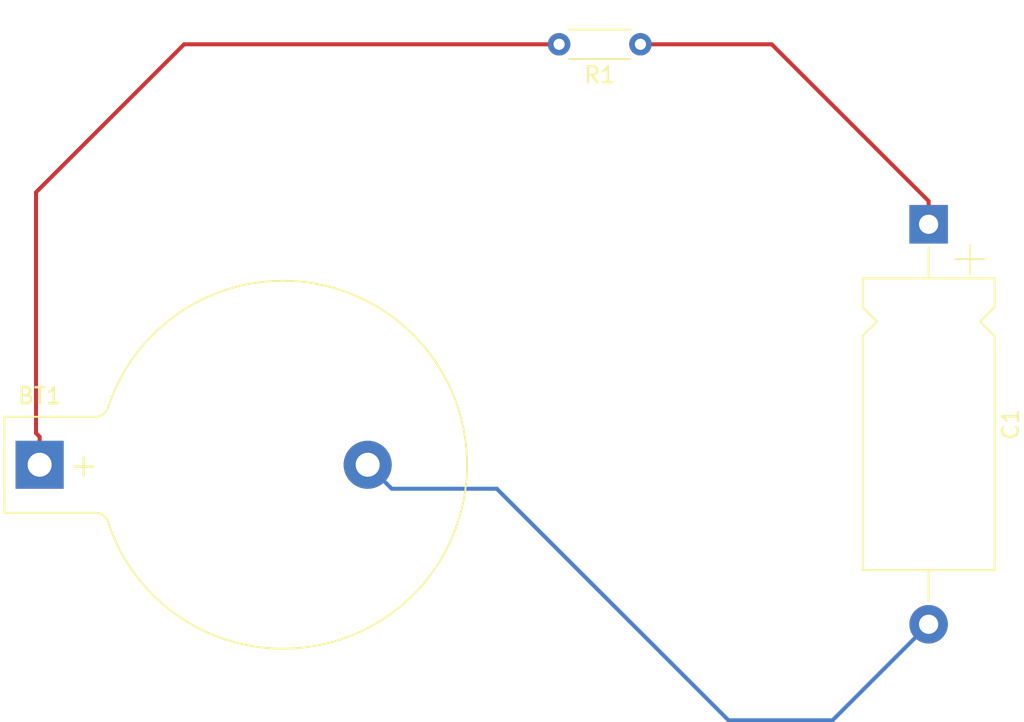
<source format=kicad_pcb>
(kicad_pcb (version 20171130) (host pcbnew 5.0.0-rc3+dfsg1-2)

  (general
    (thickness 1.6)
    (drawings 0)
    (tracks 13)
    (zones 0)
    (modules 3)
    (nets 4)
  )

  (page A4)
  (layers
    (0 F.Cu signal)
    (31 B.Cu signal)
    (32 B.Adhes user)
    (33 F.Adhes user)
    (34 B.Paste user)
    (35 F.Paste user)
    (36 B.SilkS user)
    (37 F.SilkS user)
    (38 B.Mask user)
    (39 F.Mask user)
    (40 Dwgs.User user)
    (41 Cmts.User user)
    (42 Eco1.User user)
    (43 Eco2.User user)
    (44 Edge.Cuts user)
    (45 Margin user)
    (46 B.CrtYd user)
    (47 F.CrtYd user)
    (48 B.Fab user)
    (49 F.Fab user)
  )

  (setup
    (last_trace_width 0.25)
    (trace_clearance 0.2)
    (zone_clearance 0.508)
    (zone_45_only no)
    (trace_min 0.2)
    (segment_width 0.2)
    (edge_width 0.15)
    (via_size 0.8)
    (via_drill 0.4)
    (via_min_size 0.4)
    (via_min_drill 0.3)
    (uvia_size 0.3)
    (uvia_drill 0.1)
    (uvias_allowed no)
    (uvia_min_size 0.2)
    (uvia_min_drill 0.1)
    (pcb_text_width 0.3)
    (pcb_text_size 1.5 1.5)
    (mod_edge_width 0.15)
    (mod_text_size 0.000001 0.000001)
    (mod_text_width 0.15)
    (pad_size 1.4 1.4)
    (pad_drill 0.6)
    (pad_to_mask_clearance 0.2)
    (aux_axis_origin 0 0)
    (visible_elements FFFFFF7F)
    (pcbplotparams
      (layerselection 0x010fc_ffffffff)
      (usegerberextensions false)
      (usegerberattributes false)
      (usegerberadvancedattributes false)
      (creategerberjobfile false)
      (excludeedgelayer true)
      (linewidth 0.100000)
      (plotframeref false)
      (viasonmask false)
      (mode 1)
      (useauxorigin false)
      (hpglpennumber 1)
      (hpglpenspeed 20)
      (hpglpendiameter 15.000000)
      (psnegative false)
      (psa4output false)
      (plotreference true)
      (plotvalue true)
      (plotinvisibletext false)
      (padsonsilk false)
      (subtractmaskfromsilk false)
      (outputformat 1)
      (mirror false)
      (drillshape 1)
      (scaleselection 1)
      (outputdirectory ""))
  )

  (net 0 "")
  (net 1 GND)
  (net 2 "Net-(BT1-Pad1)")
  (net 3 "Net-(C1-Pad1)")

  (net_class Default "This is the default net class."
    (clearance 0.2)
    (trace_width 0.25)
    (via_dia 0.8)
    (via_drill 0.4)
    (uvia_dia 0.3)
    (uvia_drill 0.1)
    (add_net GND)
    (add_net "Net-(BT1-Pad1)")
    (add_net "Net-(C1-Pad1)")
  )

  (module Battery:BatteryHolder_Keystone_103_1x20mm (layer F.Cu) (tedit 5787C32C) (tstamp 5B59DAE3)
    (at 145.975001 79.779834)
    (descr http://www.keyelco.com/product-pdf.cfm?p=719)
    (tags "Keystone type 103 battery holder")
    (path /5B431438)
    (fp_text reference BT1 (at 0 -4.3) (layer F.SilkS)
      (effects (font (size 1 1) (thickness 0.15)))
    )
    (fp_text value 9V (at 15 13) (layer F.Fab)
      (effects (font (size 1 1) (thickness 0.15)))
    )
    (fp_text user + (at 2.75 0) (layer F.SilkS)
      (effects (font (size 1.5 1.5) (thickness 0.15)))
    )
    (fp_text user %R (at 0 0) (layer F.Fab)
      (effects (font (size 1 1) (thickness 0.15)))
    )
    (fp_arc (start 15.2 0) (end 4.01 3.6) (angle -162.5) (layer F.CrtYd) (width 0.05))
    (fp_arc (start 15.2 0) (end 4.01 -3.6) (angle 162.5) (layer F.CrtYd) (width 0.05))
    (fp_arc (start 3.5 3.8) (end 3.5 3.25) (angle 70) (layer F.CrtYd) (width 0.05))
    (fp_arc (start 3.5 -3.8) (end 3.5 -3.25) (angle -70) (layer F.CrtYd) (width 0.05))
    (fp_arc (start 15.2 0) (end 4.25 3.5) (angle -162.5) (layer F.SilkS) (width 0.12))
    (fp_arc (start 3.5 3.8) (end 3.5 3) (angle 70) (layer F.SilkS) (width 0.12))
    (fp_arc (start 15.2 0) (end 4.25 -3.5) (angle 162.5) (layer F.SilkS) (width 0.12))
    (fp_arc (start 3.5 -3.8) (end 3.5 -3) (angle -70) (layer F.SilkS) (width 0.12))
    (fp_arc (start 3.5 3.8) (end 3.5 2.9) (angle 70) (layer F.Fab) (width 0.1))
    (fp_arc (start 15.2 0) (end 4.35 3.5) (angle -162.5) (layer F.Fab) (width 0.1))
    (fp_arc (start 15.2 0) (end 4.35 -3.5) (angle 162.5) (layer F.Fab) (width 0.1))
    (fp_arc (start 15.2 0) (end 5.2 1.3) (angle -180) (layer F.Fab) (width 0.1))
    (fp_line (start -2.45 -3.25) (end 3.5 -3.25) (layer F.CrtYd) (width 0.05))
    (fp_line (start -2.45 3.25) (end 3.5 3.25) (layer F.CrtYd) (width 0.05))
    (fp_line (start -2.45 3.25) (end -2.45 -3.25) (layer F.CrtYd) (width 0.05))
    (fp_line (start -2.2 -3) (end 3.5 -3) (layer F.SilkS) (width 0.12))
    (fp_line (start -2.2 3) (end -2.2 -3) (layer F.SilkS) (width 0.12))
    (fp_line (start -2.2 3) (end 3.5 3) (layer F.SilkS) (width 0.12))
    (fp_arc (start 15.2 0) (end 9 1.3) (angle -170) (layer F.Fab) (width 0.1))
    (fp_arc (start 15.2 0) (end 13.3 1.3) (angle -150) (layer F.Fab) (width 0.1))
    (fp_line (start 23.5712 7.7216) (end 22.6568 6.8834) (layer F.Fab) (width 0.1))
    (fp_line (start 23.5712 -7.7216) (end 22.6314 -6.858) (layer F.Fab) (width 0.1))
    (fp_arc (start 15.2 0) (end 13.3 -1.3) (angle 150) (layer F.Fab) (width 0.1))
    (fp_arc (start 15.2 0) (end 9 -1.3) (angle 170) (layer F.Fab) (width 0.1))
    (fp_arc (start 15.2 0) (end 5.2 -1.3) (angle 180) (layer F.Fab) (width 0.1))
    (fp_line (start 3.5306 -2.9) (end -1.7 -2.9) (layer F.Fab) (width 0.1))
    (fp_line (start -1.7 2.9) (end 3.5306 2.9) (layer F.Fab) (width 0.1))
    (fp_line (start -2.1 -2.5) (end -2.1 2.5) (layer F.Fab) (width 0.1))
    (fp_line (start 0 1.3) (end 16.2 1.3) (layer F.Fab) (width 0.1))
    (fp_line (start 16.2 -1.3) (end 0 -1.3) (layer F.Fab) (width 0.1))
    (fp_arc (start 3.5 -3.8) (end 3.5 -2.9) (angle -70) (layer F.Fab) (width 0.1))
    (fp_arc (start 16.2 0) (end 16.2 -1.3) (angle 180) (layer F.Fab) (width 0.1))
    (fp_line (start 0 -1.3) (end 0 1.3) (layer F.Fab) (width 0.1))
    (fp_arc (start -1.7 2.5) (end -2.1 2.5) (angle -90) (layer F.Fab) (width 0.1))
    (fp_arc (start -1.7 -2.5) (end -2.1 -2.5) (angle 90) (layer F.Fab) (width 0.1))
    (pad 2 thru_hole circle (at 20.49 0) (size 3 3) (drill 1.5) (layers *.Cu *.Mask)
      (net 1 GND))
    (pad 1 thru_hole rect (at 0 0) (size 3 3) (drill 1.5) (layers *.Cu *.Mask)
      (net 2 "Net-(BT1-Pad1)"))
    (model ${KISYS3DMOD}/Battery.3dshapes/BatteryHolder_Keystone_103_1x20mm.wrl
      (at (xyz 0 0 0))
      (scale (xyz 1 1 1))
      (rotate (xyz 0 0 0))
    )
  )

  (module Capacitor_THT:CP_Axial_L18.0mm_D8.0mm_P25.00mm_Horizontal (layer F.Cu) (tedit 5AE50EF2) (tstamp 5B59DB0A)
    (at 201.5 64.75 270)
    (descr "CP, Axial series, Axial, Horizontal, pin pitch=25mm, , length*diameter=18*8mm^2, Electrolytic Capacitor, , http://www.vishay.com/docs/28325/021asm.pdf")
    (tags "CP Axial series Axial Horizontal pin pitch 25mm  length 18mm diameter 8mm Electrolytic Capacitor")
    (path /5B4314AB)
    (fp_text reference C1 (at 12.5 -5.12 270) (layer F.SilkS)
      (effects (font (size 1 1) (thickness 0.15)))
    )
    (fp_text value 1u (at 12.5 5.12 270) (layer F.Fab)
      (effects (font (size 1 1) (thickness 0.15)))
    )
    (fp_line (start 3.5 -4) (end 3.5 4) (layer F.Fab) (width 0.1))
    (fp_line (start 21.5 -4) (end 21.5 4) (layer F.Fab) (width 0.1))
    (fp_line (start 3.5 -4) (end 5.18 -4) (layer F.Fab) (width 0.1))
    (fp_line (start 5.18 -4) (end 6.08 -3.1) (layer F.Fab) (width 0.1))
    (fp_line (start 6.08 -3.1) (end 6.98 -4) (layer F.Fab) (width 0.1))
    (fp_line (start 6.98 -4) (end 21.5 -4) (layer F.Fab) (width 0.1))
    (fp_line (start 3.5 4) (end 5.18 4) (layer F.Fab) (width 0.1))
    (fp_line (start 5.18 4) (end 6.08 3.1) (layer F.Fab) (width 0.1))
    (fp_line (start 6.08 3.1) (end 6.98 4) (layer F.Fab) (width 0.1))
    (fp_line (start 6.98 4) (end 21.5 4) (layer F.Fab) (width 0.1))
    (fp_line (start 0 0) (end 3.5 0) (layer F.Fab) (width 0.1))
    (fp_line (start 25 0) (end 21.5 0) (layer F.Fab) (width 0.1))
    (fp_line (start 5.2 0) (end 7 0) (layer F.Fab) (width 0.1))
    (fp_line (start 6.1 -0.9) (end 6.1 0.9) (layer F.Fab) (width 0.1))
    (fp_line (start 1.28 -2.6) (end 3.08 -2.6) (layer F.SilkS) (width 0.12))
    (fp_line (start 2.18 -3.5) (end 2.18 -1.7) (layer F.SilkS) (width 0.12))
    (fp_line (start 3.38 -4.12) (end 3.38 4.12) (layer F.SilkS) (width 0.12))
    (fp_line (start 21.62 -4.12) (end 21.62 4.12) (layer F.SilkS) (width 0.12))
    (fp_line (start 3.38 -4.12) (end 5.18 -4.12) (layer F.SilkS) (width 0.12))
    (fp_line (start 5.18 -4.12) (end 6.08 -3.22) (layer F.SilkS) (width 0.12))
    (fp_line (start 6.08 -3.22) (end 6.98 -4.12) (layer F.SilkS) (width 0.12))
    (fp_line (start 6.98 -4.12) (end 21.62 -4.12) (layer F.SilkS) (width 0.12))
    (fp_line (start 3.38 4.12) (end 5.18 4.12) (layer F.SilkS) (width 0.12))
    (fp_line (start 5.18 4.12) (end 6.08 3.22) (layer F.SilkS) (width 0.12))
    (fp_line (start 6.08 3.22) (end 6.98 4.12) (layer F.SilkS) (width 0.12))
    (fp_line (start 6.98 4.12) (end 21.62 4.12) (layer F.SilkS) (width 0.12))
    (fp_line (start 1.44 0) (end 3.38 0) (layer F.SilkS) (width 0.12))
    (fp_line (start 23.56 0) (end 21.62 0) (layer F.SilkS) (width 0.12))
    (fp_line (start -1.45 -4.25) (end -1.45 4.25) (layer F.CrtYd) (width 0.05))
    (fp_line (start -1.45 4.25) (end 26.45 4.25) (layer F.CrtYd) (width 0.05))
    (fp_line (start 26.45 4.25) (end 26.45 -4.25) (layer F.CrtYd) (width 0.05))
    (fp_line (start 26.45 -4.25) (end -1.45 -4.25) (layer F.CrtYd) (width 0.05))
    (fp_text user %R (at 12.5 0 270) (layer F.Fab)
      (effects (font (size 1 1) (thickness 0.15)))
    )
    (pad 1 thru_hole rect (at 0 0 270) (size 2.4 2.4) (drill 1.2) (layers *.Cu *.Mask)
      (net 3 "Net-(C1-Pad1)"))
    (pad 2 thru_hole oval (at 25 0 270) (size 2.4 2.4) (drill 1.2) (layers *.Cu *.Mask)
      (net 1 GND))
    (model ${KISYS3DMOD}/Capacitor_THT.3dshapes/CP_Axial_L18.0mm_D8.0mm_P25.00mm_Horizontal.wrl
      (at (xyz 0 0 0))
      (scale (xyz 1 1 1))
      (rotate (xyz 0 0 0))
    )
  )

  (module Resistor_THT:R_Axial_DIN0204_L3.6mm_D1.6mm_P5.08mm_Horizontal (layer F.Cu) (tedit 5AE5139B) (tstamp 5B59DB1D)
    (at 183.5 53.5 180)
    (descr "Resistor, Axial_DIN0204 series, Axial, Horizontal, pin pitch=5.08mm, 0.167W, length*diameter=3.6*1.6mm^2, http://cdn-reichelt.de/documents/datenblatt/B400/1_4W%23YAG.pdf")
    (tags "Resistor Axial_DIN0204 series Axial Horizontal pin pitch 5.08mm 0.167W length 3.6mm diameter 1.6mm")
    (path /5B431328)
    (fp_text reference R1 (at 2.54 -1.92 180) (layer F.SilkS)
      (effects (font (size 1 1) (thickness 0.15)))
    )
    (fp_text value 10k (at 2.54 1.92 180) (layer F.Fab)
      (effects (font (size 1 1) (thickness 0.15)))
    )
    (fp_line (start 0.74 -0.8) (end 0.74 0.8) (layer F.Fab) (width 0.1))
    (fp_line (start 0.74 0.8) (end 4.34 0.8) (layer F.Fab) (width 0.1))
    (fp_line (start 4.34 0.8) (end 4.34 -0.8) (layer F.Fab) (width 0.1))
    (fp_line (start 4.34 -0.8) (end 0.74 -0.8) (layer F.Fab) (width 0.1))
    (fp_line (start 0 0) (end 0.74 0) (layer F.Fab) (width 0.1))
    (fp_line (start 5.08 0) (end 4.34 0) (layer F.Fab) (width 0.1))
    (fp_line (start 0.62 -0.92) (end 4.46 -0.92) (layer F.SilkS) (width 0.12))
    (fp_line (start 0.62 0.92) (end 4.46 0.92) (layer F.SilkS) (width 0.12))
    (fp_line (start -0.95 -1.05) (end -0.95 1.05) (layer F.CrtYd) (width 0.05))
    (fp_line (start -0.95 1.05) (end 6.03 1.05) (layer F.CrtYd) (width 0.05))
    (fp_line (start 6.03 1.05) (end 6.03 -1.05) (layer F.CrtYd) (width 0.05))
    (fp_line (start 6.03 -1.05) (end -0.95 -1.05) (layer F.CrtYd) (width 0.05))
    (fp_text user %R (at 2.54 0 180) (layer F.Fab)
      (effects (font (size 0.72 0.72) (thickness 0.108)))
    )
    (pad 1 thru_hole circle (at 0 0 180) (size 1.4 1.4) (drill 0.7) (layers *.Cu *.Mask)
      (net 3 "Net-(C1-Pad1)"))
    (pad 2 thru_hole oval (at 5.08 0 180) (size 1.4 1.4) (drill 0.7) (layers *.Cu *.Mask)
      (net 2 "Net-(BT1-Pad1)"))
    (model ${KISYS3DMOD}/Resistor_THT.3dshapes/R_Axial_DIN0204_L3.6mm_D1.6mm_P5.08mm_Horizontal.wrl
      (at (xyz 0 0 0))
      (scale (xyz 1 1 1))
      (rotate (xyz 0 0 0))
    )
  )

  (segment (start 167.965 81.279833) (end 174.529833 81.279833) (width 0.25) (layer B.Cu) (net 1))
  (segment (start 166.465001 79.779834) (end 167.965 81.279833) (width 0.25) (layer B.Cu) (net 1))
  (segment (start 174.529833 81.279833) (end 189 95.75) (width 0.25) (layer B.Cu) (net 1))
  (segment (start 195.5 95.75) (end 201.5 89.75) (width 0.25) (layer B.Cu) (net 1))
  (segment (start 189 95.75) (end 195.5 95.75) (width 0.25) (layer B.Cu) (net 1))
  (segment (start 145.975001 78.029834) (end 145.75 77.804833) (width 0.25) (layer F.Cu) (net 2))
  (segment (start 145.975001 79.779834) (end 145.975001 78.029834) (width 0.25) (layer F.Cu) (net 2))
  (segment (start 145.75 77.804833) (end 145.75 62.75) (width 0.25) (layer F.Cu) (net 2))
  (segment (start 155 53.5) (end 178.42 53.5) (width 0.25) (layer F.Cu) (net 2))
  (segment (start 145.75 62.75) (end 155 53.5) (width 0.25) (layer F.Cu) (net 2))
  (segment (start 201.5 63.3) (end 201.5 64.75) (width 0.25) (layer F.Cu) (net 3))
  (segment (start 191.7 53.5) (end 201.5 63.3) (width 0.25) (layer F.Cu) (net 3))
  (segment (start 183.5 53.5) (end 191.7 53.5) (width 0.25) (layer F.Cu) (net 3))

)

</source>
